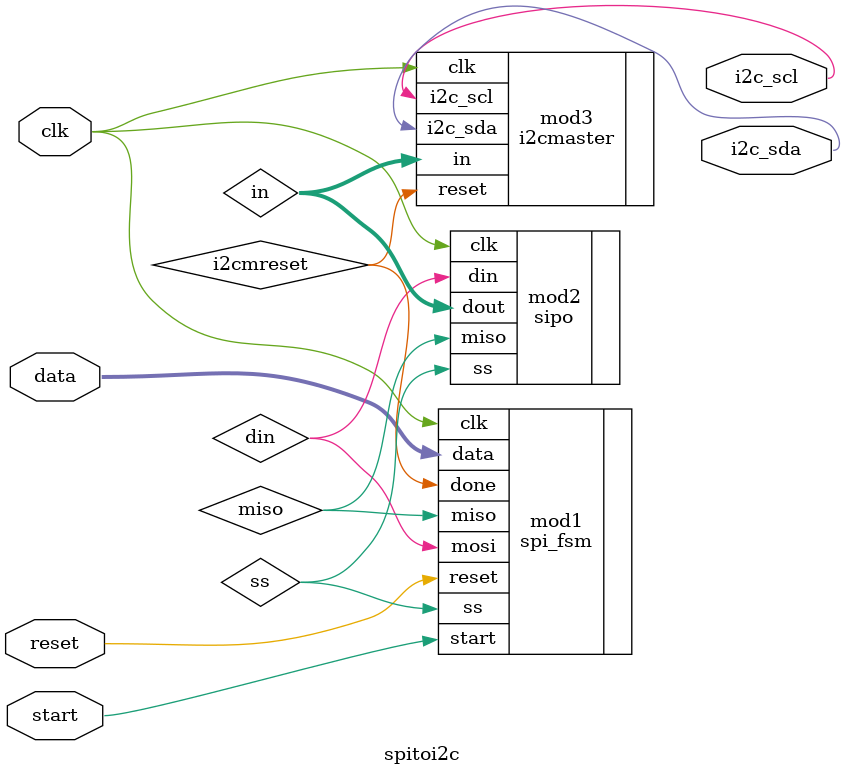
<source format=v>
`timescale 1ns / 1ps


module spitoi2c(
    input [7:0] data,
    input start,
    input clk,
    input reset,
    output i2c_scl,
    output i2c_sda
    );
    
    wire ss,din,i2cmreset,miso;
    wire [7:0] in;
    
    spi_fsm mod1(.clk(clk),.reset(reset),.data(data),.start(start),.mosi(din),.ss(ss),.done(i2cmreset),.miso(miso));
    
    sipo mod2(.clk(clk),.din(din),.ss(ss),.dout(in),.miso(miso));
    
    i2cmaster mod3(.clk(clk),.reset(i2cmreset),.in(in),.i2c_sda(i2c_sda),.i2c_scl(i2c_scl));
    
endmodule

</source>
